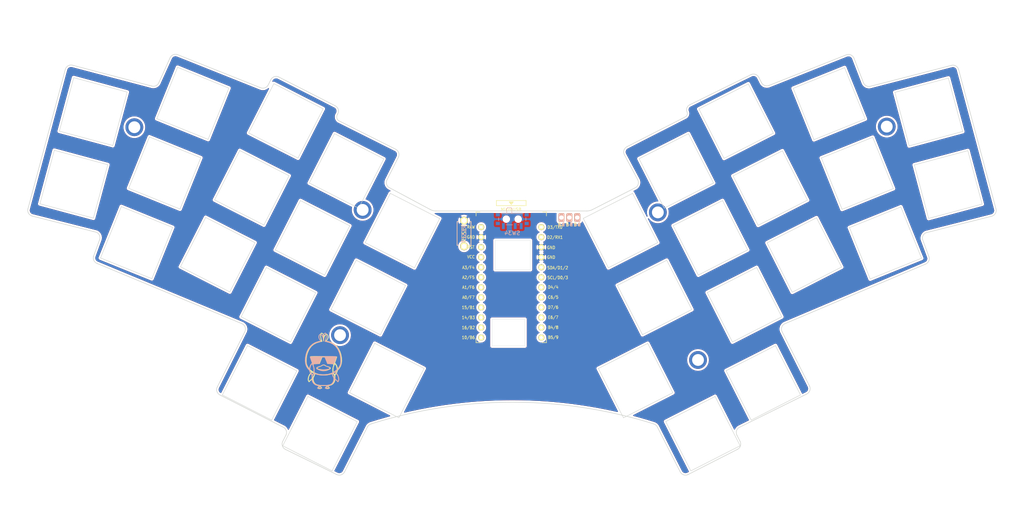
<source format=kicad_pcb>
(kicad_pcb (version 20211014) (generator pcbnew)
  (layers (0 "F.Cu" signal) (31 "B.Cu" signal) (34 "B.Paste" user) (35 "F.Paste" user) (36 "B.SilkS" user "B.Silkscreen") (37 "F.SilkS" user "F.Silkscreen") (38 "B.Mask" user) (39 "F.Mask" user) (44 "Edge.Cuts" user))
  (net 0 "")
  (net 1 "sda")
  (net 2 "vcc")
  (net 3 "scl")
  (net 4 "col_0")
  (net 5 "col_1")
  (net 6 "col_2")
  (net 7 "col_3")
  (net 8 "col_4")
  (net 9 "col_5")
  (net 10 "col_6")
  (net 11 "col_7")
  (net 13 "bat+")
  (net 14 "raw")
  (net 15 "EncL1")
  (net 16 "EncR1")
  (net 17 "gnd")
  (net 18 "EncL2")
  (net 19 "EncR2")
  (net 20 "reset")
  (net 21 "row_1")
  (net 22 "row_0")
  (net 23 "row_3")
  (net 24 "row_2")
  (footprint "Alaa:14mm-switch-hole" (layer "F.Cu") (at 42.24921 64.505486 -15)
    (fp_text reference "SW11" hide)
    (fp_text value "SW_Push" hide)
    (fp_line (start 7.02 -6.99) (end 7.01 7) (layer "Edge.Cuts") (width 0.12))
    (fp_line (start -6.99 7) (end -6.98 -7.01) (layer "Edge.Cuts") (width 0.12))
    (fp_line (start 7.01 7) (end -6.99 7) (layer "Edge.Cuts") (width 0.12))
    (fp_line (start -6.98 -7.01) (end 7.02 -6.99) (layer "Edge.Cuts") (width 0.12))
  )
  (footprint "Alaa:14mm-switch-hole" (layer "F.Cu") (at 216.656215 114.754558 27)
    (fp_text reference "SW24" hide)
    (fp_text value "SW_Push" hide)
    (fp_line (start 7.02 -6.99) (end 7.01 7) (layer "Edge.Cuts") (width 0.12))
    (fp_line (start 7.01 7) (end -6.99 7) (layer "Edge.Cuts") (width 0.12))
    (fp_line (start -6.99 7) (end -6.98 -7.01) (layer "Edge.Cuts") (width 0.12))
    (fp_line (start -6.98 -7.01) (end 7.02 -6.99) (layer "Edge.Cuts") (width 0.12))
  )
  (footprint "Alaa:14mm-switch-hole" (layer "F.Cu") (at 201.383546 127.612659 27)
    (fp_text reference "SW20" hide)
    (fp_text value "SW_Push" hide)
    (fp_line (start 7.02 -6.99) (end 7.01 7) (layer "Edge.Cuts") (width 0.12))
    (fp_line (start 7.01 7) (end -6.99 7) (layer "Edge.Cuts") (width 0.12))
    (fp_line (start -6.99 7) (end -6.98 -7.01) (layer "Edge.Cuts") (width 0.12))
    (fp_line (start -6.98 -7.01) (end 7.02 -6.99) (layer "Edge.Cuts") (width 0.12))
  )
  (footprint "LOGO" (layer "F.Cu") (at 105.41 110.527319)
    (fp_text reference "G***" hide)
    (fp_text value "LOGO" hide)
  )
  (footprint "Alaa:MountingHole_M3" (layer "F.Cu") (at 189.992 71.628)
    (fp_text reference "" (at 0 -3.2) (layer "F.SilkS"))
    (fp_text value "MountingHole_3mm_M3_Pad_Via")
    (pad "1" thru_hole circle (at 0 0) (size 4.5 4.5) (drill 3) (layers *.Cu *.Mask))
  )
  (footprint "Alaa:14mm-switch-hole" (layer "F.Cu") (at 203.274886 78.066836 27)
    (fp_text reference "SW22" hide)
    (fp_text value "SW_Push" hide)
    (fp_line (start -6.98 -7.01) (end 7.02 -6.99) (layer "Edge.Cuts") (width 0.12))
    (fp_line (start 7.01 7) (end -6.99 7) (layer "Edge.Cuts") (width 0.12))
    (fp_line (start -6.99 7) (end -6.98 -7.01) (layer "Edge.Cuts") (width 0.12))
    (fp_line (start 7.02 -6.99) (end 7.01 7) (layer "Edge.Cuts") (width 0.12))
  )
  (footprint "Alaa:14mm-switch-hole" (layer "F.Cu") (at 95.89657 48.475281 -27)
    (fp_text reference "SW5" hide)
    (fp_text value "SW_Push" hide)
    (fp_line (start -6.99 7) (end -6.98 -7.01) (layer "Edge.Cuts") (width 0.12))
    (fp_line (start 7.02 -6.99) (end 7.01 7) (layer "Edge.Cuts") (width 0.12))
    (fp_line (start -6.98 -7.01) (end 7.02 -6.99) (layer "Edge.Cuts") (width 0.12))
    (fp_line (start 7.01 7) (end -6.99 7) (layer "Edge.Cuts") (width 0.12))
  )
  (footprint "Alaa:14mm-switch-hole" (layer "F.Cu") (at 111.244687 61.139902 -27)
    (fp_text reference "SW8" hide)
    (fp_text value "SW_Push" hide)
    (fp_line (start -6.99 7) (end -6.98 -7.01) (layer "Edge.Cuts") (width 0.12))
    (fp_line (start 7.01 7) (end -6.99 7) (layer "Edge.Cuts") (width 0.12))
    (fp_line (start 7.02 -6.99) (end 7.01 7) (layer "Edge.Cuts") (width 0.12))
    (fp_line (start -6.98 -7.01) (end 7.02 -6.99) (layer "Edge.Cuts") (width 0.12))
  )
  (footprint "Alaa:ResetSW" (layer "F.Cu") (at 140.97 76.962 -90)
    (fp_text reference "SW33" hide)
    (fp_text value "SW_Push")
    (fp_text user "RESET" (at 0.127 0 90) (layer "B.SilkS") (effects (justify mirror)))
    (fp_text user "RESET" (at 0 0 90) (layer "F.SilkS"))
    (pad "1" thru_hole circle (at 3.25 0 270) (size 2 2) (drill 1.3) (layers *.Cu *.Mask "F.SilkS") (net 20 "reset"))
    (pad "2" thru_hole circle (at -3.25 0 270) (size 2 2) (drill 1.3) (layers *.Cu *.Mask "F.SilkS") (net 17 "gnd"))
  )
  (footprint "Alaa:14mm-switch-hole" (layer "F.Cu") (at 184.348 114.19 27)
    (fp_text reference "SW16" hide)
    (fp_text value "Rotary_Encoder_Switch" hide)
    (fp_line (start 7.01 7) (end -6.99 7) (layer "Edge.Cuts") (width 0.12))
    (fp_line (start 7.02 -6.99) (end 7.01 7) (layer "Edge.Cuts") (width 0.12))
    (fp_line (start -6.99 7) (end -6.98 -7.01) (layer "Edge.Cuts") (width 0.12))
    (fp_line (start -6.98 -7.01) (end 7.02 -6.99) (layer "Edge.Cuts") (width 0.12))
  )
  (footprint "Alaa:14mm-switch-hole" (layer "F.Cu") (at 240.449728 61.747609 22)
    (fp_text reference "SW30" hide)
    (fp_text value "SW_Push" hide)
    (fp_line (start 7.01 7) (end -6.99 7) (layer "Edge.Cuts") (width 0.12))
    (fp_line (start -6.98 -7.01) (end 7.02 -6.99) (layer "Edge.Cuts") (width 0.12))
    (fp_line (start -6.99 7) (end -6.98 -7.01) (layer "Edge.Cuts") (width 0.12))
    (fp_line (start 7.02 -6.99) (end 7.01 7) (layer "Edge.Cuts") (width 0.12))
  )
  (footprint "Alaa:14mm-switch-hole" (layer "F.Cu") (at 104.510207 127.614849 -27)
    (fp_text reference "SW19" hide)
    (fp_text value "SW_Push" hide)
    (fp_line (start 7.02 -6.99) (end 7.01 7) (layer "Edge.Cuts") (width 0.12))
    (fp_line (start -6.99 7) (end -6.98 -7.01) (layer "Edge.Cuts") (width 0.12))
    (fp_line (start -6.98 -7.01) (end 7.02 -6.99) (layer "Edge.Cuts") (width 0.12))
    (fp_line (start 7.01 7) (end -6.99 7) (layer "Edge.Cuts") (width 0.12))
  )
  (footprint "" (layer "F.Cu") (at 109.598 102.69)
    (fp_text reference "" (at 0 0) (layer "F.SilkS") (effects (font (size 1.27 1.27))))
    (fp_text value "" (at 0 0) (layer "F.SilkS") (effects (font (size 1.27 1.27))))
    (pad "1" thru_hole circle (at 0 0) (size 4.5 4.5) (drill 3) (layers *.Cu *.Mask))
  )
  (footprint "Alaa:14mm-switch-hole" (layer "F.Cu") (at 209.786222 48.552181 27)
    (fp_text reference "SW25" hide)
    (fp_text value "SW_Push" hide)
    (fp_line (start 7.02 -6.99) (end 7.01 7) (layer "Edge.Cuts") (width 0.12))
    (fp_line (start -6.98 -7.01) (end 7.02 -6.99) (layer "Edge.Cuts") (width 0.12))
    (fp_line (start 7.01 7) (end -6.99 7) (layer "Edge.Cuts") (width 0.12))
    (fp_line (start -6.99 7) (end -6.98 -7.01) (layer "Edge.Cuts") (width 0.12))
  )
  (footprint "Alaa:14mm-switch-hole" (layer "F.Cu") (at 87.270751 65.404405 -27)
    (fp_text reference "SW6" hide)
    (fp_text value "SW_Push" hide)
    (fp_line (start -6.98 -7.01) (end 7.02 -6.99) (layer "Edge.Cuts") (width 0.12))
    (fp_line (start 7.02 -6.99) (end 7.01 7) (layer "Edge.Cuts") (width 0.12))
    (fp_line (start -6.99 7) (end -6.98 -7.01) (layer "Edge.Cuts") (width 0.12))
    (fp_line (start 7.01 7) (end -6.99 7) (layer "Edge.Cuts") (width 0.12))
  )
  (footprint "Alaa:14mm-switch-hole" (layer "F.Cu") (at 93.993048 94.99815 -27)
    (fp_text reference "SW10" hide)
    (fp_text value "SW_Push" hide)
    (fp_line (start -6.98 -7.01) (end 7.02 -6.99) (layer "Edge.Cuts") (width 0.12))
    (fp_line (start 7.01 7) (end -6.99 7) (layer "Edge.Cuts") (width 0.12))
    (fp_line (start 7.02 -6.99) (end 7.01 7) (layer "Edge.Cuts") (width 0.12))
    (fp_line (start -6.99 7) (end -6.98 -7.01) (layer "Edge.Cuts") (width 0.12))
  )
  (footprint "Alaa:14mm-switch-hole" (layer "F.Cu") (at 263.433655 64.583734 15)
    (fp_text reference "SW32" hide)
    (fp_text value "SW_Push" hide)
    (fp_line (start -6.99 7) (end -6.98 -7.01) (layer "Edge.Cuts") (width 0.12))
    (fp_line (start 7.01 7) (end -6.99 7) (layer "Edge.Cuts") (width 0.12))
    (fp_line (start -6.98 -7.01) (end 7.02 -6.99) (layer "Edge.Cuts") (width 0.12))
    (fp_line (start 7.02 -6.99) (end 7.01 7) (layer "Edge.Cuts") (width 0.12))
  )
  (footprint "Alaa:14mm-switch-hole" (layer "F.Cu") (at 227.037861 82.410429 27)
    (fp_text reference "SW27" hide)
    (fp_text value "SW_Push" hide)
    (fp_line (start -6.98 -7.01) (end 7.02 -6.99) (layer "Edge.Cuts") (width 0.12))
    (fp_line (start 7.02 -6.99) (end 7.01 7) (layer "Edge.Cuts") (width 0.12))
    (fp_line (start -6.99 7) (end -6.98 -7.01) (layer "Edge.Cuts") (width 0.12))
    (fp_line (start 7.01 7) (end -6.99 7) (layer "Edge.Cuts") (width 0.12))
  )
  (footprint "Alaa:14mm-switch-hole" (layer "F.Cu") (at 58.115713 79.286819 -22)
    (fp_text reference "SW14" hide)
    (fp_text value "SW_Push" hide)
    (fp_line (start 7.02 -6.99) (end 7.01 7) (layer "Edge.Cuts") (width 0.12))
    (fp_line (start -6.98 -7.01) (end 7.02 -6.99) (layer "Edge.Cuts") (width 0.12))
    (fp_line (start 7.01 7) (end -6.99 7) (layer "Edge.Cuts") (width 0.12))
    (fp_line (start -6.99 7) (end -6.98 -7.01) (layer "Edge.Cuts") (width 0.12))
  )
  (footprint "Alaa:14mm-switch-hole" (layer "F.Cu") (at 72.350763 44.053832 -22)
    (fp_text reference "SW2" hide)
    (fp_text value "SW_Push" hide)
    (fp_line (start -6.98 -7.01) (end 7.02 -6.99) (layer "Edge.Cuts") (width 0.12))
    (fp_line (start -6.99 7) (end -6.98 -7.01) (layer "Edge.Cuts") (width 0.12))
    (fp_line (start 7.02 -6.99) (end 7.01 7) (layer "Edge.Cuts") (width 0.12))
    (fp_line (start 7.01 7) (end -6.99 7) (layer "Edge.Cuts") (width 0.12))
  )
  (footprint "Alaa:14mm-switch-hole" (layer "F.Cu") (at 89.237538 114.756748 -27)
    (fp_text reference "SW15" hide)
    (fp_text value "SW_Push" hide)
    (fp_line (start -6.99 7) (end -6.98 -7.01) (layer "Edge.Cuts") (width 0.12))
    (fp_line (start 7.02 -6.99) (end 7.01 7) (layer "Edge.Cuts") (width 0.12))
    (fp_line (start 7.01 7) (end -6.99 7) (layer "Edge.Cuts") (width 0.12))
    (fp_line (start -6.98 -7.01) (end 7.02 -6.99) (layer "Edge.Cuts") (width 0.12))
  )
  (footprint "kbd:ProMicro_v3.5" (layer "F.Cu") (at 152.908 89.839)
    (fp_text reference "U1" hide)
    (fp_text value "ProMicro_r" hide)
    (fp_text user "" (at -1.2515 -16.256) (layer "B.SilkS") (effects (justify mirror)))
    (fp_text user "B5/9" (at 10.605 13.4 unlocked) (layer "F.SilkS") (effects (font (size 0.75 0.67) (thickness 0.125))))
    (fp_text user "D4/4" (at 10.605 0.7 unlocked) (layer "F.SilkS") (effects (font (size 0.75 0.67) (thickness 0.125))))
    (fp_text user "VCC" (at -10.195 -6.95 unlocked) (layer "F.SilkS") (effects (font (size 0.75 0.67) (thickness 0.125))))
    (fp_text user "10/B6" (at -10.845 13.45 unlocked) (layer "F.SilkS") (effects (font (size 0.75 0.67) (thickness 0.125))))
    (fp_text user "A0/F7" (at -10.845 3.3 unlocked) (layer "F.SilkS") (effects (font (size 0.75 0.67) (thickness 0.125))))
    (fp_text user "B4/8" (at 10.605 10.9 unlocked) (layer "F.SilkS") (effects (font (size 0.75 0.67) (thickness 0.125))))
    (fp_text user "GND" (at 10.105 -9.3 unlocked) (layer "F.SilkS") (effects (font (size 0.75 0.67) (thickness 0.125))))
    (fp_text user "14/B3" (at -10.845 8.4 unlocked) (layer "F.SilkS") (effects (font (size 0.75 0.67) (thickness 0.125))))
    (fp_text user "RAW" (at -10.195 -14.5 unlocked) (layer "F.SilkS") (effects (font (size 0.75 0.67) (thickness 0.125))))
    (fp_text user "16/B2" (at -10.845 10.95 unlocked) (layer "F.SilkS") (effects (font (size 0.75 0.67) (thickness 0.125))))
    (fp_text user "" (at -0.545 -17.4) (layer "F.SilkS"))
    (fp_text user "A2/F5" (at -10.845 -1.75 unlocked) (layer "F.SilkS") (effects (font (size 0.75 0.67) (thickness 0.125))))
    (fp_text user "A3/F4" (at -10.845 -4.25 unlocked) (layer "F.SilkS") (effects (font (size 0.75 0.67) (thickness 0.125))))
    (fp_text user "GND" (at -10.195 -11.95 unlocked) (layer "F.SilkS") (effects (font (size 0.75 0.67) (thickness 0.125))))
    (fp_text user "MicroUSB" (at -0.05 -18.95) (layer "F.SilkS") (effects (font (size 0.75 0.75) (thickness 0.12))))
    (fp_text user "D3/TX0" (at 11.055 -14.45 unlocked) (layer "F.SilkS") (effects (font (size 0.75 0.67) (thickness 0.125))))
    (fp_text user "D2/RX1" (at 11.055 -11.9 unlocked) (layer "F.SilkS") (effects (font (size 0.75 0.67) (thickness 0.125))))
    (fp_text user "15/B1" (at -10.845 5.85 unlocked) (layer "F.SilkS") (effects (font (size 0.75 0.67) (thickness 0.125))))
    (fp_text user "D7/6" (at 10.605 5.8 unlocked) (layer "F.SilkS") (effects (font (size 0.75 0.67) (thickness 0.125))))
    (fp_text user "RST" (at -10.195 -9.4 unlocked) (layer "F.SilkS") (effects (font (size 0.75 0.67) (thickness 0.125))))
    (fp_text user "E6/7" (at 10.605 8.35 unlocked) (layer "F.SilkS") (effects (font (size 0.75 0.67) (thickness 0.125))))
    (fp_text user "A1/F6" (at -10.845 0.75 unlocked) (layer "F.SilkS") (effects (font (size 0.75 0.67) (thickness 0.125))))
    (fp_text user "SCL/D0/3" (at 11.755 -1.7 unlocked) (layer "F.SilkS") (effects (font (size 0.75 0.67) (thickness 0.125))))
    (fp_text user "SDA/D1/2" (at 11.755 -4.2 unlocked) (layer "F.SilkS") (effects (font (size 0.75 0.67) (thickness 0.125))))
    (fp_text user "GND" (at 10.105 -6.85 unlocked) (layer "F.SilkS") (effects (font (size 0.75 0.67) (thickness 0.125))))
    (fp_text user "C6/5" (at 10.605 3.25 unlocked) (layer "F.SilkS") (effects (font (size 0.75 0.67) (thickness 0.125))))
    (pad "1" thru_hole circle locked (at 7.6114 -14.478) (size 1.524 1.524) (drill 0.8128) (layers *.Cu "F.SilkS" "B.Mask") (net 16 "EncR1"))
    (pad "2" thru_hole circle locked (at 7.6114 -11.938) (size 1.524 1.524) (drill 0.8128) (layers *.Cu "F.SilkS" "B.Mask") (net 15 "EncL1"))
    (pad "3" thru_hole circle locked (at 7.6114 -9.398) (size 1.524 1.524) (drill 0.8128) (layers *.Cu "F.SilkS" "B.Mask") (net 17 "gnd"))
    (pad "4" thru_hole circle locked (at 7.6114 -6.858) (size 1.524 1.524) (drill 0.8128) (layers *.Cu "F.SilkS" "B.Mask") (net 17 "gnd"))
    (pad "5" thru_hole circle locked (at 7.6114 -4.318) (size 1.524 1.524) (drill 0.8128) (layers *.Cu "F.SilkS" "B.Mask") (net 1 "sda"))
    (pad "6" thru_hole circle locked (at 7.6114 -1.778) (size 1.524 1.524) (drill 0.8128) (layers *.Cu "F.SilkS" "B.Mask") (net 3 "scl"))
    (pad "7" thru_hole circle locked (at 7.6114 0.762) (size 1.524 1.524) (drill 0.8128) (layers *.Cu "F.SilkS" "B.Mask") (net 18 "EncL2"))
    (pad "8" thru_hole circle locked (at 7.6114 3.302) (size 1.524 1.524) (drill 0.8128) (layers *.Cu "F.SilkS" "B.Mask") (net 19 "EncR2"))
    (pad "9" thru_hole circle locked (at 7.6114 5.842) (size 1.524 1.524) (drill 0.8128) (layers *.Cu "F.SilkS" "B.Mask") (net 22 "row_0"))
    (pad "10" thru_hole circle locked (at 7.6114 8.382) (size 1.524 1.524) (drill 0.8128) (layers *.Cu "F.SilkS" "B.Mask") (net 21 "row_1"))
    (pad "11" thru_hole circle locked (at 7.6114 10.922) (size 1.524 1.524) (drill 0.8128) (layers *.Cu "F.SilkS" "B.Mask") (net 24 "row_2"))
    (pad "12" thru_hole circle locked (at 7.6114 13.462) (size 1.524 1.524) (drill 0.8128) (layers *.Cu "F.SilkS" "B.Mask") (net 23 "row_3"))
    (pad "13" thru_hole circle locked (at -7.6086 13.462) (size 1.524 1.524) (drill 0.8128) (layers *.Cu "F.SilkS" "B.Mask") (net 4 "col_0"))
    (pad "14" thru_hole circle locked (at -7.6086 10.922) (size 1.524 1.524) (drill 0.8128) (layers *.Cu "F.SilkS" "B.Mask") (net 5 "col_1"))
    (pad "15" thru_hole circle locked (at -7.6086 8.382) (size 1.524 1.524) (drill 0.8128) (layers *.Cu "F.SilkS" "B.Mask") (net 6 "col_2"))
    (pad "16" thru_hole circle locked (at -7.6086 5.842) (size 1.524 1.524) (drill 0.8128) (layers *.Cu "F.SilkS" "B.Mask") (net 7 "col_3"))
    (pad "17" thru_hole circle locked (at -7.6086 3.302) (size 1.524 1.524) (drill 0.8128) (layers *.Cu "F.SilkS" "B.Mask") (net 8 "col_4"))
    (pad "18" thru_hole circle locked (at -7.6086 0.762) (size 1.524 1.524) (drill 0.8128) (layers *.Cu "F.SilkS" "B.Mask") (net 9 "col_5"))
    (pad "19" thru_hole circle locked (at -7.6086 -1.778) (size 1.524 1.524) (drill 0.8128) (layers *.Cu "F.SilkS" "B.Mask") (net 10 "col_6"))
    (pad "20" thru_hole circle locked (at -7.6086 -4.318) (size 1.524 1.524) (drill 0.8128) (layers *.Cu "F.SilkS" "B.Mask") (net 11 "col_7"))
    (pad "21" thru_hole circle locked (at -7.6086 -6.858) (size 1.524 1.524) (drill 0.8128) (layers *.Cu "F.SilkS" "B.Mask") (net 2 "vcc"))
    (pad "22" thru_hole circle locked (at -7.6086 -9.398) (size 1.524 1.524) (drill 0.8128) (layers *.Cu "F.SilkS" "B.Mask") (net 20 "reset"))
    (pad "23" thru_hole circle locked (at -7.6086 -11.938) (size 1.524 1.524) (drill 0.8128) (layers *.Cu "F.SilkS" "B.Mask") (net 17 "gnd"))
    (pad "24" thru_hole circle locked (at -7.6086 -14.478) (size 1.524 1.524) (drill 0.8128) (layers *.Cu "F.SilkS" "B.Mask") (net 14 "raw"))
  )
  (footprint "Alaa:14mm-switch-hole" (layer "F.Cu") (at 121.446091 114.176443 153)
    (fp_text reference "SW1" hide)
    (fp_text value "Rotary_Encoder_Switch" hide)
    (fp_line (start 7.01 7) (end -6.99 7) (layer "Edge.Cuts") (width 0.12))
    (fp_line (start -6.98 -7.01) (end 7.02 -6.99) (layer "Edge.Cuts") (width 0.12))
    (fp_line (start -6.99 7) (end -6.98 -7.01) (layer "Edge.Cuts") (width 0.12))
    (fp_line (start 7.02 -6.99) (end 7.01 7) (layer "Edge.Cuts") (width 0.12))
  )
  (footprint "Alaa:14mm-switch-hole" (layer "F.Cu") (at 189.158672 93.157217 27)
    (fp_text reference "SW18" hide)
    (fp_text value "SW_Push" hide)
    (fp_line (start 7.01 7) (end -6.99 7) (layer "Edge.Cuts") (width 0.12))
    (fp_line (start 7.02 -6.99) (end 7.01 7) (layer "Edge.Cuts") (width 0.12))
    (fp_line (start -6.99 7) (end -6.98 -7.01) (layer "Edge.Cuts") (width 0.12))
    (fp_line (start -6.98 -7.01) (end 7.02 -6.99) (layer "Edge.Cuts") (width 0.12))
  )
  (footprint "Alaa:MountingHole_M3" (layer "F.Cu") (at 115.31896 71.000607)
    (fp_text reference "" (at 0 -3.2) (layer "F.SilkS"))
    (fp_text value "MountingHole_3mm_M3_Pad_Via")
    (pad "1" thru_hole circle (at 0 0) (size 4.5 4.5) (drill 3) (layers *.Cu *.Mask))
  )
  (footprint "Alaa:14mm-switch-hole" (layer "F.Cu") (at 47.159257 46.135097 -15)
    (fp_text reference "SW4" hide)
    (fp_text value "SW_Push" hide)
    (fp_line (start 7.02 -6.99) (end 7.01 7) (layer "Edge.Cuts") (width 0.12))
    (fp_line (start -6.99 7) (end -6.98 -7.01) (layer "Edge.Cuts") (width 0.12))
    (fp_line (start 7.01 7) (end -6.99 7) (layer "Edge.Cuts") (width 0.12))
    (fp_line (start -6.98 -7.01) (end 7.02 -6.99) (layer "Edge.Cuts") (width 0.12))
  )
  (footprint "Alaa:14mm-switch-hole" (layer "F.Cu") (at 78.644932 82.333528 -27)
    (fp_text reference "SW7" hide)
    (fp_text value "SW_Push" hide)
    (fp_line (start -6.98 -7.01) (end 7.02 -6.99) (layer "Edge.Cuts") (width 0.12))
    (fp_line (start 7.01 7) (end -6.99 7) (layer "Edge.Cuts") (width 0.12))
    (fp_line (start 7.02 -6.99) (end 7.01 7) (layer "Edge.Cuts") (width 0.12))
    (fp_line (start -6.99 7) (end -6.98 -7.01) (layer "Edge.Cuts") (width 0.12))
  )
  (footprint "Alaa:14mm-switch-hole" (layer "F.Cu") (at 233.332203 44.131115 22)
    (fp_text reference "SW29" hide)
    (fp_text value "SW_Push" hide)
    (fp_line (start 7.01 7) (end -6.99 7) (layer "Edge.Cuts") (width 0.12))
    (fp_line (start 7.02 -6.99) (end 7.01 7) (layer "Edge.Cuts") (width 0.12))
    (fp_line (start -6.98 -7.01) (end 7.02 -6.99) (layer "Edge.Cuts") (width 0.12))
    (fp_line (start -6.99 7) (end -6.98 -7.01) (layer "Edge.Cuts") (width 0.12))
  )
  (footprint "" (layer "F.Cu") (at 251.348 50.94)
    (fp_text reference "" (at 0 0) (layer "F.SilkS") (effects (font (size 1.27 1.27))))
    (fp_text value "" (at 0 0) (layer "F.SilkS") (effects (font (size 1.27 1.27))))
    (pad "1" thru_hole circle (at -3.451396 -1.005494 5) (size 4.5 4.5) (drill 3) (layers *.Cu *.Mask))
  )
  (footprint "Alaa:14mm-switch-hole" (layer "F.Cu") (at 102.618867 78.069026 -27)
    (fp_text reference "SW9" hide)
    (fp_text value "SW_Push" hide)
    (fp_line (start -6.98 -7.01) (end 7.02 -6.99) (layer "Edge.Cuts") (width 0.12))
    (fp_line (start 7.02 -6.99) (end 7.01 7) (layer "Edge.Cuts") (width 0.12))
    (fp_line (start -6.99 7) (end -6.98 -7.01) (layer "Edge.Cuts") (width 0.12))
    (fp_line (start 7.01 7) (end -6.99 7) (layer "Edge.Cuts") (width 0.12))
  )
  (footprint "" (layer "F.Cu") (at 200.152 108.966)
    (fp_text reference "" (at 0 0) (layer "F.SilkS") (effects (font (size 1.27 1.27))))
    (fp_text value "" (at 0 0) (layer "F.SilkS") (effects (font (size 1.27 1.27))))
    (pad "1" thru_hole circle (at 0 0) (size 4.5 4.5) (drill 3) (layers *.Cu *.Mask))
  )
  (footprint "Alaa:14mm-switch-hole" (layer "F.Cu") (at 125.360901 76.230283 -27)
    (fp_text reference "SW12" hide)
    (fp_text value "SW_Push" hide)
    (fp_line (start -6.98 -7.01) (end 7.02 -6.99) (layer "Edge.Cuts") (width 0.12))
    (fp_line (start 7.02 -6.99) (end 7.01 7) (layer "Edge.Cuts") (width 0.12))
    (fp_line (start -6.99 7) (end -6.98 -7.01) (layer "Edge.Cuts") (width 0.12))
    (fp_line (start 7.01 7) (end -6.99 7) (layer "Edge.Cuts") (width 0.12))
  )
  (footprint "Alaa:14mm-switch-hole" (layer "F.Cu") (at 180.532852 76.228093 27)
    (fp_text reference "SW17" hide)
    (fp_text value "SW_Push" hide)
    (fp_line (start -6.98 -7.01) (end 7.02 -6.99) (layer "Edge.Cuts") (width 0.12))
    (fp_line (start 7.02 -6.99) (end 7.01 7) (layer "Edge.Cuts") (width 0.12))
    (fp_line (start -6.99 7) (end -6.98 -7.01) (layer "Edge.Cuts") (width 0.12))
    (fp_line (start 7.01 7) (end -6.99 7) (layer "Edge.Cuts") (width 0.12))
  )
  (footprint "Alaa:14mm-switch-hole" (layer "F.Cu") (at 194.649066 61.137712 27)
    (fp_text reference "SW21" hide)
    (fp_text value "SW_Push" hide)
    (fp_line (start 7.02 -6.99) (end 7.01 7) (layer "Edge.Cuts") (width 0.12))
    (fp_line (start 7.01 7) (end -6.99 7) (layer "Edge.Cuts") (width 0.12))
    (fp_line (start -6.99 7) (end -6.98 -7.01) (layer "Edge.Cuts") (width 0.12))
    (fp_line (start -6.98 -7.01) (end 7.02 -6.99) (layer "Edge.Cuts") (width 0.12))
  )
  (footprint "Alaa:14mm-switch-hole" (layer "F.Cu") (at 258.509832 46.227858 15)
    (fp_text reference "SW31" hide)
    (fp_text value "SW_Push" hide)
    (fp_line (start -6.99 7) (end -6.98 -7.01) (layer "Edge.Cuts") (width 0.12))
    (fp_line (start 7.02 -6.99) (end 7.01 7) (layer "Edge.Cuts") (width 0.12))
    (fp_line (start -6.98 -7.01) (end 7.02 -6.99) (layer "Edge.Cuts") (width 0.12))
    (fp_line (start 7.01 7) (end -6.99 7) (layer "Edge.Cuts") (width 0.12))
  )
  (footprint "" (layer "F.Cu") (at 57.567383 50.087604 -5)
    (fp_text reference "" (at 0 0 175) (layer "F.SilkS") (effects (font (size 1.27 1.27))))
    (fp_text value "" (at 0 0 175) (layer "F.SilkS") (effects (font (size 1.27 1.27))))
    (pad "1" thru_hole circle (at 0 0 355) (size 4.5 4.5) (drill 3) (layers *.Cu *.Mask))
  )
  (footprint "Alaa:14mm-switch-hole" (layer "F.Cu") (at 218.412041 65.481305 27)
    (fp_text reference "SW26" hide)
    (fp_text value "SW_Push" hide)
    (fp_line (start -6.99 7) (end -6.98 -7.01) (layer "Edge.Cuts") (width 0.12))
    (fp_line (start 7.01 7) (end -6.99 7) (layer "Edge.Cuts") (width 0.12))
    (fp_line (start 7.02 -6.99) (end 7.01 7) (layer "Edge.Cuts") (width 0.12))
    (fp_line (start -6.98 -7.01) (end 7.02 -6.99) (layer "Edge.Cuts") (width 0.12))
  )
  (footprint "Alaa:14mm-switch-hole" (layer "F.Cu") (at 247.567253 79.364102 22)
    (fp_text reference "SW28" hide)
    (fp_text value "SW_Push" hide)
    (fp_line (start 7.01 7) (end -6.99 7) (layer "Edge.Cuts") (width 0.12))
    (fp_line (start -6.98 -7.01) (end 7.02 -6.99) (layer "Edge.Cuts") (width 0.12))
    (fp_line (start -6.99 7) (end -6.98 -7.01) (layer "Edge.Cuts") (width 0.12))
    (fp_line (start 7.02 -6.99) (end 7.01 7) (layer "Edge.Cuts") (width 0.12))
  )
  (footprint "Alaa:14mm-switch-hole" (layer "F.Cu") (at 65.233528 61.670732 -22)
    (fp_text reference "SW3" hide)
    (fp_text value "SW_Push" hide)
    (fp_line (start 7.01 7) (end -6.99 7) (layer "Edge.Cuts") (width 0.12))
    (fp_line (start -6.98 -7.01) (end 7.02 -6.99) (layer "Edge.Cuts") (width 0.12))
    (fp_line (start 7.02 -6.99) (end 7.01 7) (layer "Edge.Cuts") (width 0.12))
    (fp_line (start -6.99 7) (end -6.98 -7.01) (layer "Edge.Cuts") (width 0.12))
  )
  (footprint "lib:bat" (layer "F.Cu") (at 167.598 72.94)
    (fp_text reference "PAD1" hide)
    (fp_text value "" hide)
    (fp_text user "B+" (at 2 1.8) (layer "B.SilkS") (effects (font (size 0.8 0.8)) (justify mirror)))
    (fp_text user "B+" (at -2 1.8) (layer "B.SilkS") (effects (font (size 0.8 0.8)) (justify mirror)))
    (fp_text user "B-" (at 0 1.8) (layer "B.SilkS") (effects (font (size 0.8 0.8)) (justify mirror)))
    (fp_text user "B-" (at 0 1.8) (layer "F.SilkS") (effects (font (size 0.8 0.8))))
    (fp_text user "B+" (at -2 1.8) (layer "F.SilkS") (effects (font (size 0.8 0.8))))
    (fp_text user "B+" (at 2 1.8) (layer "F.SilkS") (effects (font (size 0.8 0.8))))
    (pad "1" thru_hole roundrect locked (at 2 0) (size 1.5 2.25) (drill 1.0922) (layers *.Cu *.SilkS *.Mask) (net 13 "bat+"))
    (pad "2" thru_hole roundrect locked (at 0 0) (size 1.5 2.25) (drill 1.0922) (layers *.Cu *.SilkS *.Mask) (net 17 "gnd"))
    (pad "3" thru_hole roundrect locked (at -2 0) (size 1.5 2.25) (drill 1.0922) (layers *.Cu *.SilkS *.Mask) (net 13 "bat+"))
  )
  (footprint "Alaa:14mm-switch-hole" (layer "F.Cu") (at 211.900705 94.99596 27)
    (fp_text reference "SW23" hide)
    (fp_text value "SW_Push" hide)
    (fp_line (start -6.99 7) (end -6.98 -7.01) (layer "Edge.Cuts") (width 0.12))
    (fp_line (start -6.98 -7.01) (end 7.02 -6.99) (layer "Edge.Cuts") (width 0.12))
    (fp_line (start 7.02 -6.99) (end 7.01 7) (layer "Edge.Cuts") (width 0.12))
    (fp_line (start 7.01 7) (end -6.99 7) (layer "Edge.Cuts") (width 0.12))
  )
  (footprint "Alaa:14mm-switch-hole" (layer "F.Cu") (at 116.735081 93.159407 -27)
    (fp_text reference "SW13" hide)
    (fp_text value "SW_Push" hide)
    (fp_line (start 7.01 7) (end -6.99 7) (layer "Edge.Cuts") (width 0.12))
    (fp_line (start -6.98 -7.01) (end 7.02 -6.99) (layer "Edge.Cuts") (width 0.12))
    (fp_line (start -6.99 7) (end -6.98 -7.01) (layer "Edge.Cuts") (width 0.12))
    (fp_line (start 7.02 -6.99) (end 7.01 7) (layer "Edge.Cuts") (width 0.12))
  )
  (footprint "LOGO" (layer "B.Cu") (at 105.41 110.527319 180)
    (fp_text reference "G***" hide)
    (fp_text value "LOGO" hide)
  )
  (footprint "Button_Switch_SMD:SW_SPDT_PCM12" (layer "B.Cu") (at 153.162 73.66)
    (fp_text reference "SW34" (at 0 3.2) (layer "B.SilkS") (effects (justify mirror)))
    (fp_text value "SW_SPDT")
    (pad "" smd rect (at -3.65 0.78) (size 1 0.8) (layers "B.Cu" "B.Paste" "B.Mask"))
    (pad "" smd rect (at 3.65 0.78) (size 1 0.8) (layers "B.Cu" "B.Paste" "B.Mask"))
    (pad "" np_thru_hole circle (at -1.5 -0.33) (size 0.9 0.9) (drill 0.9) (layers *.Cu *.Mask))
    (pad "" smd rect (at 3.65 -1.43) (size 1 0.8) (layers "B.Cu" "B.Paste" "B.Mask"))
    (pad "" np_thru_hole circle (at 1.5 -0.33) (size 0.9 0.9) (drill 0.9) (layers *.Cu *.Mask))
    (pad "" smd rect (at -3.65 -1.43) (size 1 0.8) (layers "B.Cu" "B.Paste" "B.Mask"))
    (pad "1" smd rect (at -2.25 1.43) (size 0.7 1.5) (layers "B.Cu" "B.Paste" "B.Mask"))
    (pad "2" smd rect (at 0.75 1.43) (size 0.7 1.5) (layers "B.Cu" "B.Paste" "B.Mask") (net 13 "bat+"))
    (pad "3" smd rect (at 2.25 1.43) (size 0.7 1.5) (layers "B.Cu" "B.Paste" "B.Mask") (net 14 "raw"))
  )
  (gr_arc (start 184.913264 63.39686) (mid 185.003305 64.541351) (end 184.257741 65.414355) (layer "Edge.Cuts") (width 0.15))
  (gr_arc (start 181.514463 57.03551) (mid 181.424371 55.890993) (end 182.169987 55.018014) (layer "Edge.Cuts") (width 0.15))
  (gr_arc (start 243.785439 39.725803) (mid 242.727907 39.619313) (end 242.006434 38.838825) (layer "Edge.Cuts") (width 0.15))
  (gr_line (start 239.599234 32.613672) (end 242.006434 38.838825) (layer "Edge.Cuts") (width 0.15))
  (gr_arc (start 108.376875 44.66315) (mid 109.146801 45.608193) (end 108.96666 46.813761) (layer "Edge.Cuts") (width 0.15))
  (gr_line (start 110.749587 137.272342) (end 116.546623 125.895018) (layer "Edge.Cuts") (width 0.15))
  (gr_line (start 48.118599 84.545917) (end 84.852401 99.817015) (layer "Edge.Cuts") (width 0.15))
  (gr_arc (start 110.749587 137.272343) (mid 109.876607 138.017949) (end 108.732091 137.927867) (layer "Edge.Cuts") (width 0.15))
  (gr_line (start 78.547794 115.788422) (end 85.507925 101.834511) (layer "Edge.Cuts") (width 0.15))
  (gr_arc (start 117.432955 125.145151) (mid 153.197139 119.651793) (end 188.961324 125.145151) (layer "Edge.Cuts") (width 0.15))
  (gr_arc (start 91.416483 39.402731) (mid 90.605284 40.126719) (end 89.518064 40.112522) (layer "Edge.Cuts") (width 0.15))
  (gr_line (start 133.856573 71.273796) (end 172.037705 71.273796) (layer "Edge.Cuts") (width 0.15))
  (gr_line (start 157.734 78.74) (end 149.098 78.74) (layer "Edge.Cuts") (width 0.05))
  (gr_line (start 30.657506 70.724796) (end 40.104402 35.468503) (layer "Edge.Cuts") (width 0.15))
  (gr_arc (start 237.646548 31.784807) (mid 238.794566 31.7948) (end 239.599234 32.613672) (layer "Edge.Cuts") (width 0.15))
  (gr_arc (start 116.546622 125.895018) (mid 116.914306 125.430867) (end 117.432955 125.145151) (layer "Edge.Cuts") (width 0.15))
  (gr_line (start 189.847656 125.895018) (end 195.644692 137.272342) (layer "Edge.Cuts") (width 0.15))
  (gr_line (start 121.481014 63.39686) (end 124.348 57.69) (layer "Edge.Cuts") (width 0.15))
  (gr_line (start 197.662188 137.927867) (end 210.136279 131.572) (layer "Edge.Cuts") (width 0.15))
  (gr_line (start 218.114048 39.518783) (end 237.646548 31.784807) (layer "Edge.Cuts") (width 0.15))
  (gr_line (start 94.12077 37.399302) (end 108.376875 44.663151) (layer "Edge.Cuts") (width 0.15))
  (gr_line (start 181.514463 57.03551) (end 184.913264 63.39686) (layer "Edge.Cuts") (width 0.15))
  (gr_arc (start 228.346486 115.538423) (mid 228.436557 116.682929) (end 227.690961 117.555918) (layer "Edge.Cuts") (width 0.15))
  (gr_arc (start 47.92667 76.653521) (mid 48.70717 77.374996) (end 48.81365 78.432526) (layer "Edge.Cuts") (width 0.15))
  (gr_line (start 79.203318 117.805918) (end 95.241435 125.977747) (layer "Edge.Cuts") (width 0.15))
  (gr_arc (start 48.118599 84.545917) (mid 47.338099 83.824442) (end 47.231619 82.766912) (layer "Edge.Cuts") (width 0.15))
  (gr_arc (start 40.104402 35.468502) (mid 40.8033 34.557708) (end 41.941519 34.407844) (layer "Edge.Cuts") (width 0.15))
  (gr_line (start 198.022281 44.426656) (end 213.511341 36.805563) (layer "Edge.Cuts") (width 0.15))
  (gr_arc (start 256.97658 78.54623) (mid 257.083068 77.488705) (end 257.863559 76.767225) (layer "Edge.Cuts") (width 0.15))
  (gr_arc (start 123.692475 55.672505) (mid 124.438014 56.545511) (end 124.348 57.69) (layer "Edge.Cuts") (width 0.15))
  (gr_arc (start 218.114048 39.518783) (mid 217.026831 39.533019) (end 216.215629 38.808992) (layer "Edge.Cuts") (width 0.15))
  (gr_line (start 215.528837 37.461088) (end 216.215629 38.808992) (layer "Edge.Cuts") (width 0.15))
  (gr_line (start 157.734 86.106) (end 148.844 86.106) (layer "Edge.Cuts") (width 0.05))
  (gr_arc (start 197.376968 46.208093) (mid 197.414324 46.890953) (end 197.006598 47.44) (layer "Edge.Cuts") (width 0.15))
  (gr_arc (start 92.103275 38.054827) (mid 92.976256 37.30923) (end 94.120771 37.399302) (layer "Edge.Cuts") (width 0.15))
  (gr_line (start 63.769994 38.796576) (end 66.582164 32.57858) (layer "Edge.Cuts") (width 0.15))
  (gr_arc (start 63.769994 38.796576) (mid 63.048517 39.577077) (end 61.990989 39.683556) (layer "Edge.Cuts") (width 0.15))
  (gr_line (start 91.416483 39.402731) (end 92.103275 38.054827) (layer "Edge.Cuts") (width 0.15))
  (gr_line (start 243.785439 39.725803) (end 264.23988 34.442935) (layer "Edge.Cuts") (width 0.15))
  (gr_arc (start 221.425783 101.825553) (mid 221.335686 100.681032) (end 222.081307 99.808057) (layer "Edge.Cuts") (width 0.15))
  (gr_line (start 68.534849 31.749715) (end 89.518064 40.112522) (layer "Edge.Cuts") (width 0.15))
  (gr_arc (start 133.856573 71.273796) (mid 133.156237 71.190905) (end 132.494602 70.946815) (layer "Edge.Cuts") (width 0.15))
  (gr_line (start 258.601926 82.932111) (end 256.97658 78.54623) (layer "Edge.Cuts") (width 0.15))
  (gr_arc (start 122.136538 65.414356) (mid 121.390911 64.541384) (end 121.481014 63.39686) (layer "Edge.Cuts") (width 0.15))
  (gr_line (start 148.075738 98.69) (end 156.348 98.69) (layer "Edge.Cuts") (width 0.05))
  (gr_line (start 148.844 86.106) (end 148.844 78.74) (layer "Edge.Cuts") (width 0.05))
  (gr_line (start 157.734 86.106) (end 157.734 78.74) (layer "Edge.Cuts") (width 0.05))
  (gr_line (start 210.652844 125.977747) (end 227.690961 117.555918) (layer "Edge.Cuts") (width 0.15))
  (gr_line (start 222.081307 99.808057) (end 257.714947 84.711116) (layer "Edge.Cuts") (width 0.15))
  (gr_arc (start 275.523892 70.759888) (mid 275.374049 71.898125) (end 274.463231 72.597005) (layer "Edge.Cuts") (width 0.15))
  (gr_arc (start 197.376968 46.208093) (mid 197.348 45.19) (end 198.022281 44.426656) (layer "Edge.Cuts") (width 0.15))
  (gr_line (start 173.399677 70.946815) (end 184.257741 65.414355) (layer "Edge.Cuts") (width 0.15))
  (gr_line (start 31.718167 72.561913) (end 47.92667 76.653521) (layer "Edge.Cuts") (width 0.15))
  (gr_line (start 210.791803 129.554504) (end 209.99732 127.995243) (layer "Edge.Cuts") (width 0.15))
  (gr_arc (start 109.241822 48.44) (mid 108.782653 47.681294) (end 108.96666 46.813761) (layer "Edge.Cuts") (width 0.15))
  (gr_arc (start 95.241435 125.977747) (mid 95.987034 126.850732) (end 95.896959 127.995243) (layer "Edge.Cuts") (width 0.15))
  (gr_arc (start 258.601926 82.932111) (mid 258.495438 83.989636) (end 257.714947 84.711116) (layer "Edge.Cuts") (width 0.15))
  (gr_line (start 95.758 131.572) (end 108.732091 137.927867) (layer "Edge.Cuts") (width 0.15))
  (gr_line (start 266.076996 35.503595) (end 275.523892 70.759888) (layer "Edge.Cuts") (width 0.15))
  (gr_arc (start 79.203317 117.805917) (mid 78.457719 116.932933) (end 78.547794 115.788422) (layer "Edge.Cuts") (width 0.15))
  (gr_line (start 47.231619 82.766912) (end 48.81365 78.432526) (layer "Edge.Cuts") (width 0.15))
  (gr_line (start 182.169987 55.018014) (end 197.006598 47.44) (layer "Edge.Cuts") (width 0.15))
  (gr_line (start 257.863559 76.767225) (end 274.463231 72.597005) (layer "Edge.Cuts") (width 0.15))
  (gr_arc (start 95.758 131.572) (mid 95.012403 130.699015) (end 95.102476 129.554504) (layer "Edge.Cuts") (width 0.15))
  (gr_line (start 41.941519 34.407844) (end 61.990989 39.683556) (layer "Edge.Cuts") (width 0.15))
  (gr_line (start 109.241822 48.44) (end 123.692475 55.672505) (layer "Edge.Cuts") (width 0.15))
  (gr_line (start 148.075738 98.69) (end 148.075738 105.41) (layer "Edge.Cuts") (width 0.05))
  (gr_line (start 95.896959 127.995243) (end 95.102476 129.554504) (layer "Edge.Cuts") (width 0.15))
  (gr_line (start 148.844 78.74) (end 149.098 78.74) (layer "Edge.Cuts") (width 0.05))
  (gr_line (start 148.075738 105.41) (end 156.348 105.41) (layer "Edge.Cuts") (width 0.05))
  (gr_arc (start 209.99732 127.995243) (mid 209.90727 126.850755) (end 210.652844 125.977747) (layer "Edge.Cuts") (width 0.15))
  (gr_arc (start 31.718167 72.561913) (mid 30.807375 71.863022) (end 30.657506 70.724796) (layer "Edge.Cuts") (width 0.15))
  (gr_arc (start 188.961324 125.145151) (mid 189.479967 125.430868) (end 189.847656 125.895018) (layer "Edge.Cuts") (width 0.15))
  (gr_line (start 221.425783 101.825553) (end 228.346485 115.538422) (layer "Edge.Cuts") (width 0.15))
  (gr_arc (start 210.791803 129.554504) (mid 210.881885 130.69902) (end 210.136279 131.572) (layer "Edge.Cuts") (width 0.15))
  (gr_arc (start 84.852401 99.817015) (mid 85.597972 100.689999) (end 85.507925 101.834511) (layer "Edge.Cuts") (width 0.15))
  (gr_arc (start 197.662188 137.927867) (mid 196.517678 138.017947) (end 195.644692 137.272343) (layer "Edge.Cuts") (width 0.15))
  (gr_arc (start 213.511341 36.805563) (mid 214.655861 36.715456) (end 215.528837 37.461088) (layer "Edge.Cuts") (width 0.15))
  (gr_arc (start 66.582164 32.578581) (mid 67.38686 31.759767) (end 68.534849 31.749715) (layer "Edge.Cuts") (width 0.15))
  (gr_line (start 122.136538 65.414356) (end 132.494602 70.946815) (layer "Edge.Cuts") (width 0.15))
  (gr_line (start 156.348 105.41) (end 156.348 98.69) (layer "Edge.Cuts") (width 0.05))
  (gr_arc (start 173.399677 70.946816) (mid 172.738043 71.190916) (end 172.037705 71.273796) (layer "Edge.Cuts") (width 0.15))
  (gr_arc (start 264.23988 34.442935) (mid 265.37811 34.592799) (end 266.076996 35.503595) (layer "Edge.Cuts") (width 0.15))
  (zone (net 17) (net_name "gnd") (layers F&B.Cu) (connect_pads (clearance 0.508)) (min_thickness 0.254) (fill yes (thermal_gap 0.508) (thermal_bridge_width 0.508))
    (polygon (pts (xy 281.346375 19.378249) (xy 282.616375 148.664249) (xy 24.598532 148.463259) (xy 23.582532 17.907259)))
  )
)
</source>
